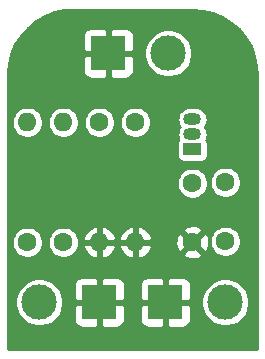
<source format=gbr>
G04 #@! TF.GenerationSoftware,KiCad,Pcbnew,(5.1.5)-3*
G04 #@! TF.CreationDate,2020-04-29T10:24:11+03:00*
G04 #@! TF.ProjectId,Single_transistor_AMP,53696e67-6c65-45f7-9472-616e73697374,V1.1*
G04 #@! TF.SameCoordinates,Original*
G04 #@! TF.FileFunction,Copper,L2,Bot*
G04 #@! TF.FilePolarity,Positive*
%FSLAX46Y46*%
G04 Gerber Fmt 4.6, Leading zero omitted, Abs format (unit mm)*
G04 Created by KiCad (PCBNEW (5.1.5)-3) date 2020-04-29 10:24:11*
%MOMM*%
%LPD*%
G04 APERTURE LIST*
%ADD10C,1.600000*%
%ADD11R,3.000000X3.000000*%
%ADD12C,3.000000*%
%ADD13O,1.500000X1.050000*%
%ADD14R,1.500000X1.050000*%
%ADD15O,1.600000X1.600000*%
%ADD16C,0.254000*%
G04 APERTURE END LIST*
D10*
X159512000Y-114554000D03*
X159512000Y-119554000D03*
X156718000Y-119634000D03*
X156718000Y-114634000D03*
D11*
X148844000Y-124714000D03*
D12*
X143764000Y-124714000D03*
X154686000Y-103632000D03*
D11*
X149606000Y-103632000D03*
X154432000Y-124714000D03*
D12*
X159512000Y-124714000D03*
D13*
X156718000Y-110490000D03*
X156718000Y-109220000D03*
D14*
X156718000Y-111760000D03*
D10*
X142748000Y-119634000D03*
D15*
X142748000Y-109474000D03*
D10*
X145796000Y-119634000D03*
D15*
X145796000Y-109474000D03*
X148844000Y-119634000D03*
D10*
X148844000Y-109474000D03*
D15*
X151892000Y-119634000D03*
D10*
X151892000Y-109474000D03*
D16*
G36*
X157592065Y-100013351D02*
G01*
X158443642Y-100222519D01*
X159250828Y-100565149D01*
X159992848Y-101032424D01*
X160650611Y-101612321D01*
X161207204Y-102289927D01*
X161648293Y-103047794D01*
X161962544Y-103866446D01*
X162142990Y-104730193D01*
X162187001Y-105429724D01*
X162187000Y-128659000D01*
X141089000Y-128659000D01*
X141089000Y-124514358D01*
X141737000Y-124514358D01*
X141737000Y-124913642D01*
X141814896Y-125305254D01*
X141967696Y-125674145D01*
X142189526Y-126006137D01*
X142471863Y-126288474D01*
X142803855Y-126510304D01*
X143172746Y-126663104D01*
X143564358Y-126741000D01*
X143963642Y-126741000D01*
X144355254Y-126663104D01*
X144724145Y-126510304D01*
X145056137Y-126288474D01*
X145130611Y-126214000D01*
X146705928Y-126214000D01*
X146718188Y-126338482D01*
X146754498Y-126458180D01*
X146813463Y-126568494D01*
X146892815Y-126665185D01*
X146989506Y-126744537D01*
X147099820Y-126803502D01*
X147219518Y-126839812D01*
X147344000Y-126852072D01*
X148558250Y-126849000D01*
X148717000Y-126690250D01*
X148717000Y-124841000D01*
X148971000Y-124841000D01*
X148971000Y-126690250D01*
X149129750Y-126849000D01*
X150344000Y-126852072D01*
X150468482Y-126839812D01*
X150588180Y-126803502D01*
X150698494Y-126744537D01*
X150795185Y-126665185D01*
X150874537Y-126568494D01*
X150933502Y-126458180D01*
X150969812Y-126338482D01*
X150982072Y-126214000D01*
X152293928Y-126214000D01*
X152306188Y-126338482D01*
X152342498Y-126458180D01*
X152401463Y-126568494D01*
X152480815Y-126665185D01*
X152577506Y-126744537D01*
X152687820Y-126803502D01*
X152807518Y-126839812D01*
X152932000Y-126852072D01*
X154146250Y-126849000D01*
X154305000Y-126690250D01*
X154305000Y-124841000D01*
X154559000Y-124841000D01*
X154559000Y-126690250D01*
X154717750Y-126849000D01*
X155932000Y-126852072D01*
X156056482Y-126839812D01*
X156176180Y-126803502D01*
X156286494Y-126744537D01*
X156383185Y-126665185D01*
X156462537Y-126568494D01*
X156521502Y-126458180D01*
X156557812Y-126338482D01*
X156570072Y-126214000D01*
X156567000Y-124999750D01*
X156408250Y-124841000D01*
X154559000Y-124841000D01*
X154305000Y-124841000D01*
X152455750Y-124841000D01*
X152297000Y-124999750D01*
X152293928Y-126214000D01*
X150982072Y-126214000D01*
X150979000Y-124999750D01*
X150820250Y-124841000D01*
X148971000Y-124841000D01*
X148717000Y-124841000D01*
X146867750Y-124841000D01*
X146709000Y-124999750D01*
X146705928Y-126214000D01*
X145130611Y-126214000D01*
X145338474Y-126006137D01*
X145560304Y-125674145D01*
X145713104Y-125305254D01*
X145791000Y-124913642D01*
X145791000Y-124514358D01*
X145713104Y-124122746D01*
X145560304Y-123753855D01*
X145338474Y-123421863D01*
X145130611Y-123214000D01*
X146705928Y-123214000D01*
X146709000Y-124428250D01*
X146867750Y-124587000D01*
X148717000Y-124587000D01*
X148717000Y-122737750D01*
X148971000Y-122737750D01*
X148971000Y-124587000D01*
X150820250Y-124587000D01*
X150979000Y-124428250D01*
X150982072Y-123214000D01*
X152293928Y-123214000D01*
X152297000Y-124428250D01*
X152455750Y-124587000D01*
X154305000Y-124587000D01*
X154305000Y-122737750D01*
X154559000Y-122737750D01*
X154559000Y-124587000D01*
X156408250Y-124587000D01*
X156480892Y-124514358D01*
X157485000Y-124514358D01*
X157485000Y-124913642D01*
X157562896Y-125305254D01*
X157715696Y-125674145D01*
X157937526Y-126006137D01*
X158219863Y-126288474D01*
X158551855Y-126510304D01*
X158920746Y-126663104D01*
X159312358Y-126741000D01*
X159711642Y-126741000D01*
X160103254Y-126663104D01*
X160472145Y-126510304D01*
X160804137Y-126288474D01*
X161086474Y-126006137D01*
X161308304Y-125674145D01*
X161461104Y-125305254D01*
X161539000Y-124913642D01*
X161539000Y-124514358D01*
X161461104Y-124122746D01*
X161308304Y-123753855D01*
X161086474Y-123421863D01*
X160804137Y-123139526D01*
X160472145Y-122917696D01*
X160103254Y-122764896D01*
X159711642Y-122687000D01*
X159312358Y-122687000D01*
X158920746Y-122764896D01*
X158551855Y-122917696D01*
X158219863Y-123139526D01*
X157937526Y-123421863D01*
X157715696Y-123753855D01*
X157562896Y-124122746D01*
X157485000Y-124514358D01*
X156480892Y-124514358D01*
X156567000Y-124428250D01*
X156570072Y-123214000D01*
X156557812Y-123089518D01*
X156521502Y-122969820D01*
X156462537Y-122859506D01*
X156383185Y-122762815D01*
X156286494Y-122683463D01*
X156176180Y-122624498D01*
X156056482Y-122588188D01*
X155932000Y-122575928D01*
X154717750Y-122579000D01*
X154559000Y-122737750D01*
X154305000Y-122737750D01*
X154146250Y-122579000D01*
X152932000Y-122575928D01*
X152807518Y-122588188D01*
X152687820Y-122624498D01*
X152577506Y-122683463D01*
X152480815Y-122762815D01*
X152401463Y-122859506D01*
X152342498Y-122969820D01*
X152306188Y-123089518D01*
X152293928Y-123214000D01*
X150982072Y-123214000D01*
X150969812Y-123089518D01*
X150933502Y-122969820D01*
X150874537Y-122859506D01*
X150795185Y-122762815D01*
X150698494Y-122683463D01*
X150588180Y-122624498D01*
X150468482Y-122588188D01*
X150344000Y-122575928D01*
X149129750Y-122579000D01*
X148971000Y-122737750D01*
X148717000Y-122737750D01*
X148558250Y-122579000D01*
X147344000Y-122575928D01*
X147219518Y-122588188D01*
X147099820Y-122624498D01*
X146989506Y-122683463D01*
X146892815Y-122762815D01*
X146813463Y-122859506D01*
X146754498Y-122969820D01*
X146718188Y-123089518D01*
X146705928Y-123214000D01*
X145130611Y-123214000D01*
X145056137Y-123139526D01*
X144724145Y-122917696D01*
X144355254Y-122764896D01*
X143963642Y-122687000D01*
X143564358Y-122687000D01*
X143172746Y-122764896D01*
X142803855Y-122917696D01*
X142471863Y-123139526D01*
X142189526Y-123421863D01*
X141967696Y-123753855D01*
X141814896Y-124122746D01*
X141737000Y-124514358D01*
X141089000Y-124514358D01*
X141089000Y-119503302D01*
X141421000Y-119503302D01*
X141421000Y-119764698D01*
X141471996Y-120021072D01*
X141572028Y-120262570D01*
X141717252Y-120479913D01*
X141902087Y-120664748D01*
X142119430Y-120809972D01*
X142360928Y-120910004D01*
X142617302Y-120961000D01*
X142878698Y-120961000D01*
X143135072Y-120910004D01*
X143376570Y-120809972D01*
X143593913Y-120664748D01*
X143778748Y-120479913D01*
X143923972Y-120262570D01*
X144024004Y-120021072D01*
X144075000Y-119764698D01*
X144075000Y-119503302D01*
X144469000Y-119503302D01*
X144469000Y-119764698D01*
X144519996Y-120021072D01*
X144620028Y-120262570D01*
X144765252Y-120479913D01*
X144950087Y-120664748D01*
X145167430Y-120809972D01*
X145408928Y-120910004D01*
X145665302Y-120961000D01*
X145926698Y-120961000D01*
X146183072Y-120910004D01*
X146424570Y-120809972D01*
X146641913Y-120664748D01*
X146826748Y-120479913D01*
X146971972Y-120262570D01*
X147072004Y-120021072D01*
X147079569Y-119983040D01*
X147452091Y-119983040D01*
X147546930Y-120247881D01*
X147691615Y-120489131D01*
X147880586Y-120697519D01*
X148106580Y-120865037D01*
X148360913Y-120985246D01*
X148494961Y-121025904D01*
X148717000Y-120903915D01*
X148717000Y-119761000D01*
X148971000Y-119761000D01*
X148971000Y-120903915D01*
X149193039Y-121025904D01*
X149327087Y-120985246D01*
X149581420Y-120865037D01*
X149807414Y-120697519D01*
X149996385Y-120489131D01*
X150141070Y-120247881D01*
X150235909Y-119983040D01*
X150500091Y-119983040D01*
X150594930Y-120247881D01*
X150739615Y-120489131D01*
X150928586Y-120697519D01*
X151154580Y-120865037D01*
X151408913Y-120985246D01*
X151542961Y-121025904D01*
X151765000Y-120903915D01*
X151765000Y-119761000D01*
X152019000Y-119761000D01*
X152019000Y-120903915D01*
X152241039Y-121025904D01*
X152375087Y-120985246D01*
X152629420Y-120865037D01*
X152855414Y-120697519D01*
X152919632Y-120626702D01*
X155904903Y-120626702D01*
X155976486Y-120870671D01*
X156231996Y-120991571D01*
X156506184Y-121060300D01*
X156788512Y-121074217D01*
X157068130Y-121032787D01*
X157334292Y-120937603D01*
X157459514Y-120870671D01*
X157531097Y-120626702D01*
X156718000Y-119813605D01*
X155904903Y-120626702D01*
X152919632Y-120626702D01*
X153044385Y-120489131D01*
X153189070Y-120247881D01*
X153283909Y-119983040D01*
X153162624Y-119761000D01*
X152019000Y-119761000D01*
X151765000Y-119761000D01*
X150621376Y-119761000D01*
X150500091Y-119983040D01*
X150235909Y-119983040D01*
X150114624Y-119761000D01*
X148971000Y-119761000D01*
X148717000Y-119761000D01*
X147573376Y-119761000D01*
X147452091Y-119983040D01*
X147079569Y-119983040D01*
X147123000Y-119764698D01*
X147123000Y-119704512D01*
X155277783Y-119704512D01*
X155319213Y-119984130D01*
X155414397Y-120250292D01*
X155481329Y-120375514D01*
X155725298Y-120447097D01*
X156538395Y-119634000D01*
X156897605Y-119634000D01*
X157710702Y-120447097D01*
X157954671Y-120375514D01*
X158075571Y-120120004D01*
X158144300Y-119845816D01*
X158158217Y-119563488D01*
X158137447Y-119423302D01*
X158185000Y-119423302D01*
X158185000Y-119684698D01*
X158235996Y-119941072D01*
X158336028Y-120182570D01*
X158481252Y-120399913D01*
X158666087Y-120584748D01*
X158883430Y-120729972D01*
X159124928Y-120830004D01*
X159381302Y-120881000D01*
X159642698Y-120881000D01*
X159899072Y-120830004D01*
X160140570Y-120729972D01*
X160357913Y-120584748D01*
X160542748Y-120399913D01*
X160687972Y-120182570D01*
X160788004Y-119941072D01*
X160839000Y-119684698D01*
X160839000Y-119423302D01*
X160788004Y-119166928D01*
X160687972Y-118925430D01*
X160542748Y-118708087D01*
X160357913Y-118523252D01*
X160140570Y-118378028D01*
X159899072Y-118277996D01*
X159642698Y-118227000D01*
X159381302Y-118227000D01*
X159124928Y-118277996D01*
X158883430Y-118378028D01*
X158666087Y-118523252D01*
X158481252Y-118708087D01*
X158336028Y-118925430D01*
X158235996Y-119166928D01*
X158185000Y-119423302D01*
X158137447Y-119423302D01*
X158116787Y-119283870D01*
X158021603Y-119017708D01*
X157954671Y-118892486D01*
X157710702Y-118820903D01*
X156897605Y-119634000D01*
X156538395Y-119634000D01*
X155725298Y-118820903D01*
X155481329Y-118892486D01*
X155360429Y-119147996D01*
X155291700Y-119422184D01*
X155277783Y-119704512D01*
X147123000Y-119704512D01*
X147123000Y-119503302D01*
X147079570Y-119284960D01*
X147452091Y-119284960D01*
X147573376Y-119507000D01*
X148717000Y-119507000D01*
X148717000Y-118364085D01*
X148971000Y-118364085D01*
X148971000Y-119507000D01*
X150114624Y-119507000D01*
X150235909Y-119284960D01*
X150500091Y-119284960D01*
X150621376Y-119507000D01*
X151765000Y-119507000D01*
X151765000Y-118364085D01*
X152019000Y-118364085D01*
X152019000Y-119507000D01*
X153162624Y-119507000D01*
X153283909Y-119284960D01*
X153189070Y-119020119D01*
X153044385Y-118778869D01*
X152919633Y-118641298D01*
X155904903Y-118641298D01*
X156718000Y-119454395D01*
X157531097Y-118641298D01*
X157459514Y-118397329D01*
X157204004Y-118276429D01*
X156929816Y-118207700D01*
X156647488Y-118193783D01*
X156367870Y-118235213D01*
X156101708Y-118330397D01*
X155976486Y-118397329D01*
X155904903Y-118641298D01*
X152919633Y-118641298D01*
X152855414Y-118570481D01*
X152629420Y-118402963D01*
X152375087Y-118282754D01*
X152241039Y-118242096D01*
X152019000Y-118364085D01*
X151765000Y-118364085D01*
X151542961Y-118242096D01*
X151408913Y-118282754D01*
X151154580Y-118402963D01*
X150928586Y-118570481D01*
X150739615Y-118778869D01*
X150594930Y-119020119D01*
X150500091Y-119284960D01*
X150235909Y-119284960D01*
X150141070Y-119020119D01*
X149996385Y-118778869D01*
X149807414Y-118570481D01*
X149581420Y-118402963D01*
X149327087Y-118282754D01*
X149193039Y-118242096D01*
X148971000Y-118364085D01*
X148717000Y-118364085D01*
X148494961Y-118242096D01*
X148360913Y-118282754D01*
X148106580Y-118402963D01*
X147880586Y-118570481D01*
X147691615Y-118778869D01*
X147546930Y-119020119D01*
X147452091Y-119284960D01*
X147079570Y-119284960D01*
X147072004Y-119246928D01*
X146971972Y-119005430D01*
X146826748Y-118788087D01*
X146641913Y-118603252D01*
X146424570Y-118458028D01*
X146183072Y-118357996D01*
X145926698Y-118307000D01*
X145665302Y-118307000D01*
X145408928Y-118357996D01*
X145167430Y-118458028D01*
X144950087Y-118603252D01*
X144765252Y-118788087D01*
X144620028Y-119005430D01*
X144519996Y-119246928D01*
X144469000Y-119503302D01*
X144075000Y-119503302D01*
X144024004Y-119246928D01*
X143923972Y-119005430D01*
X143778748Y-118788087D01*
X143593913Y-118603252D01*
X143376570Y-118458028D01*
X143135072Y-118357996D01*
X142878698Y-118307000D01*
X142617302Y-118307000D01*
X142360928Y-118357996D01*
X142119430Y-118458028D01*
X141902087Y-118603252D01*
X141717252Y-118788087D01*
X141572028Y-119005430D01*
X141471996Y-119246928D01*
X141421000Y-119503302D01*
X141089000Y-119503302D01*
X141089000Y-114503302D01*
X155391000Y-114503302D01*
X155391000Y-114764698D01*
X155441996Y-115021072D01*
X155542028Y-115262570D01*
X155687252Y-115479913D01*
X155872087Y-115664748D01*
X156089430Y-115809972D01*
X156330928Y-115910004D01*
X156587302Y-115961000D01*
X156848698Y-115961000D01*
X157105072Y-115910004D01*
X157346570Y-115809972D01*
X157563913Y-115664748D01*
X157748748Y-115479913D01*
X157893972Y-115262570D01*
X157994004Y-115021072D01*
X158045000Y-114764698D01*
X158045000Y-114503302D01*
X158029087Y-114423302D01*
X158185000Y-114423302D01*
X158185000Y-114684698D01*
X158235996Y-114941072D01*
X158336028Y-115182570D01*
X158481252Y-115399913D01*
X158666087Y-115584748D01*
X158883430Y-115729972D01*
X159124928Y-115830004D01*
X159381302Y-115881000D01*
X159642698Y-115881000D01*
X159899072Y-115830004D01*
X160140570Y-115729972D01*
X160357913Y-115584748D01*
X160542748Y-115399913D01*
X160687972Y-115182570D01*
X160788004Y-114941072D01*
X160839000Y-114684698D01*
X160839000Y-114423302D01*
X160788004Y-114166928D01*
X160687972Y-113925430D01*
X160542748Y-113708087D01*
X160357913Y-113523252D01*
X160140570Y-113378028D01*
X159899072Y-113277996D01*
X159642698Y-113227000D01*
X159381302Y-113227000D01*
X159124928Y-113277996D01*
X158883430Y-113378028D01*
X158666087Y-113523252D01*
X158481252Y-113708087D01*
X158336028Y-113925430D01*
X158235996Y-114166928D01*
X158185000Y-114423302D01*
X158029087Y-114423302D01*
X157994004Y-114246928D01*
X157893972Y-114005430D01*
X157748748Y-113788087D01*
X157563913Y-113603252D01*
X157346570Y-113458028D01*
X157105072Y-113357996D01*
X156848698Y-113307000D01*
X156587302Y-113307000D01*
X156330928Y-113357996D01*
X156089430Y-113458028D01*
X155872087Y-113603252D01*
X155687252Y-113788087D01*
X155542028Y-114005430D01*
X155441996Y-114246928D01*
X155391000Y-114503302D01*
X141089000Y-114503302D01*
X141089000Y-109343302D01*
X141421000Y-109343302D01*
X141421000Y-109604698D01*
X141471996Y-109861072D01*
X141572028Y-110102570D01*
X141717252Y-110319913D01*
X141902087Y-110504748D01*
X142119430Y-110649972D01*
X142360928Y-110750004D01*
X142617302Y-110801000D01*
X142878698Y-110801000D01*
X143135072Y-110750004D01*
X143376570Y-110649972D01*
X143593913Y-110504748D01*
X143778748Y-110319913D01*
X143923972Y-110102570D01*
X144024004Y-109861072D01*
X144075000Y-109604698D01*
X144075000Y-109343302D01*
X144469000Y-109343302D01*
X144469000Y-109604698D01*
X144519996Y-109861072D01*
X144620028Y-110102570D01*
X144765252Y-110319913D01*
X144950087Y-110504748D01*
X145167430Y-110649972D01*
X145408928Y-110750004D01*
X145665302Y-110801000D01*
X145926698Y-110801000D01*
X146183072Y-110750004D01*
X146424570Y-110649972D01*
X146641913Y-110504748D01*
X146826748Y-110319913D01*
X146971972Y-110102570D01*
X147072004Y-109861072D01*
X147123000Y-109604698D01*
X147123000Y-109343302D01*
X147517000Y-109343302D01*
X147517000Y-109604698D01*
X147567996Y-109861072D01*
X147668028Y-110102570D01*
X147813252Y-110319913D01*
X147998087Y-110504748D01*
X148215430Y-110649972D01*
X148456928Y-110750004D01*
X148713302Y-110801000D01*
X148974698Y-110801000D01*
X149231072Y-110750004D01*
X149472570Y-110649972D01*
X149689913Y-110504748D01*
X149874748Y-110319913D01*
X150019972Y-110102570D01*
X150120004Y-109861072D01*
X150171000Y-109604698D01*
X150171000Y-109343302D01*
X150565000Y-109343302D01*
X150565000Y-109604698D01*
X150615996Y-109861072D01*
X150716028Y-110102570D01*
X150861252Y-110319913D01*
X151046087Y-110504748D01*
X151263430Y-110649972D01*
X151504928Y-110750004D01*
X151761302Y-110801000D01*
X152022698Y-110801000D01*
X152279072Y-110750004D01*
X152520570Y-110649972D01*
X152737913Y-110504748D01*
X152922748Y-110319913D01*
X153067972Y-110102570D01*
X153168004Y-109861072D01*
X153219000Y-109604698D01*
X153219000Y-109343302D01*
X153194474Y-109220000D01*
X155435910Y-109220000D01*
X155456222Y-109426228D01*
X155516376Y-109624531D01*
X155614062Y-109807288D01*
X155653218Y-109855000D01*
X155614062Y-109902712D01*
X155516376Y-110085469D01*
X155456222Y-110283772D01*
X155435910Y-110490000D01*
X155456222Y-110696228D01*
X155516376Y-110894531D01*
X155535817Y-110930902D01*
X155527696Y-110940798D01*
X155478761Y-111032350D01*
X155448626Y-111131690D01*
X155438451Y-111235000D01*
X155438451Y-112285000D01*
X155448626Y-112388310D01*
X155478761Y-112487650D01*
X155527696Y-112579202D01*
X155593552Y-112659448D01*
X155673798Y-112725304D01*
X155765350Y-112774239D01*
X155864690Y-112804374D01*
X155968000Y-112814549D01*
X157468000Y-112814549D01*
X157571310Y-112804374D01*
X157670650Y-112774239D01*
X157762202Y-112725304D01*
X157842448Y-112659448D01*
X157908304Y-112579202D01*
X157957239Y-112487650D01*
X157987374Y-112388310D01*
X157997549Y-112285000D01*
X157997549Y-111235000D01*
X157987374Y-111131690D01*
X157957239Y-111032350D01*
X157908304Y-110940798D01*
X157900183Y-110930902D01*
X157919624Y-110894531D01*
X157979778Y-110696228D01*
X158000090Y-110490000D01*
X157979778Y-110283772D01*
X157919624Y-110085469D01*
X157821938Y-109902712D01*
X157782782Y-109855000D01*
X157821938Y-109807288D01*
X157919624Y-109624531D01*
X157979778Y-109426228D01*
X158000090Y-109220000D01*
X157979778Y-109013772D01*
X157919624Y-108815469D01*
X157821938Y-108632712D01*
X157690476Y-108472524D01*
X157530288Y-108341062D01*
X157347531Y-108243376D01*
X157149228Y-108183222D01*
X156994679Y-108168000D01*
X156441321Y-108168000D01*
X156286772Y-108183222D01*
X156088469Y-108243376D01*
X155905712Y-108341062D01*
X155745524Y-108472524D01*
X155614062Y-108632712D01*
X155516376Y-108815469D01*
X155456222Y-109013772D01*
X155435910Y-109220000D01*
X153194474Y-109220000D01*
X153168004Y-109086928D01*
X153067972Y-108845430D01*
X152922748Y-108628087D01*
X152737913Y-108443252D01*
X152520570Y-108298028D01*
X152279072Y-108197996D01*
X152022698Y-108147000D01*
X151761302Y-108147000D01*
X151504928Y-108197996D01*
X151263430Y-108298028D01*
X151046087Y-108443252D01*
X150861252Y-108628087D01*
X150716028Y-108845430D01*
X150615996Y-109086928D01*
X150565000Y-109343302D01*
X150171000Y-109343302D01*
X150120004Y-109086928D01*
X150019972Y-108845430D01*
X149874748Y-108628087D01*
X149689913Y-108443252D01*
X149472570Y-108298028D01*
X149231072Y-108197996D01*
X148974698Y-108147000D01*
X148713302Y-108147000D01*
X148456928Y-108197996D01*
X148215430Y-108298028D01*
X147998087Y-108443252D01*
X147813252Y-108628087D01*
X147668028Y-108845430D01*
X147567996Y-109086928D01*
X147517000Y-109343302D01*
X147123000Y-109343302D01*
X147072004Y-109086928D01*
X146971972Y-108845430D01*
X146826748Y-108628087D01*
X146641913Y-108443252D01*
X146424570Y-108298028D01*
X146183072Y-108197996D01*
X145926698Y-108147000D01*
X145665302Y-108147000D01*
X145408928Y-108197996D01*
X145167430Y-108298028D01*
X144950087Y-108443252D01*
X144765252Y-108628087D01*
X144620028Y-108845430D01*
X144519996Y-109086928D01*
X144469000Y-109343302D01*
X144075000Y-109343302D01*
X144024004Y-109086928D01*
X143923972Y-108845430D01*
X143778748Y-108628087D01*
X143593913Y-108443252D01*
X143376570Y-108298028D01*
X143135072Y-108197996D01*
X142878698Y-108147000D01*
X142617302Y-108147000D01*
X142360928Y-108197996D01*
X142119430Y-108298028D01*
X141902087Y-108443252D01*
X141717252Y-108628087D01*
X141572028Y-108845430D01*
X141471996Y-109086928D01*
X141421000Y-109343302D01*
X141089000Y-109343302D01*
X141089000Y-105435179D01*
X141113393Y-105132000D01*
X147467928Y-105132000D01*
X147480188Y-105256482D01*
X147516498Y-105376180D01*
X147575463Y-105486494D01*
X147654815Y-105583185D01*
X147751506Y-105662537D01*
X147861820Y-105721502D01*
X147981518Y-105757812D01*
X148106000Y-105770072D01*
X149320250Y-105767000D01*
X149479000Y-105608250D01*
X149479000Y-103759000D01*
X149733000Y-103759000D01*
X149733000Y-105608250D01*
X149891750Y-105767000D01*
X151106000Y-105770072D01*
X151230482Y-105757812D01*
X151350180Y-105721502D01*
X151460494Y-105662537D01*
X151557185Y-105583185D01*
X151636537Y-105486494D01*
X151695502Y-105376180D01*
X151731812Y-105256482D01*
X151744072Y-105132000D01*
X151741000Y-103917750D01*
X151582250Y-103759000D01*
X149733000Y-103759000D01*
X149479000Y-103759000D01*
X147629750Y-103759000D01*
X147471000Y-103917750D01*
X147467928Y-105132000D01*
X141113393Y-105132000D01*
X141161351Y-104535935D01*
X141370519Y-103684358D01*
X141713149Y-102877172D01*
X142180424Y-102135152D01*
X142183202Y-102132000D01*
X147467928Y-102132000D01*
X147471000Y-103346250D01*
X147629750Y-103505000D01*
X149479000Y-103505000D01*
X149479000Y-101655750D01*
X149733000Y-101655750D01*
X149733000Y-103505000D01*
X151582250Y-103505000D01*
X151654892Y-103432358D01*
X152659000Y-103432358D01*
X152659000Y-103831642D01*
X152736896Y-104223254D01*
X152889696Y-104592145D01*
X153111526Y-104924137D01*
X153393863Y-105206474D01*
X153725855Y-105428304D01*
X154094746Y-105581104D01*
X154486358Y-105659000D01*
X154885642Y-105659000D01*
X155277254Y-105581104D01*
X155646145Y-105428304D01*
X155978137Y-105206474D01*
X156260474Y-104924137D01*
X156482304Y-104592145D01*
X156635104Y-104223254D01*
X156713000Y-103831642D01*
X156713000Y-103432358D01*
X156635104Y-103040746D01*
X156482304Y-102671855D01*
X156260474Y-102339863D01*
X155978137Y-102057526D01*
X155646145Y-101835696D01*
X155277254Y-101682896D01*
X154885642Y-101605000D01*
X154486358Y-101605000D01*
X154094746Y-101682896D01*
X153725855Y-101835696D01*
X153393863Y-102057526D01*
X153111526Y-102339863D01*
X152889696Y-102671855D01*
X152736896Y-103040746D01*
X152659000Y-103432358D01*
X151654892Y-103432358D01*
X151741000Y-103346250D01*
X151744072Y-102132000D01*
X151731812Y-102007518D01*
X151695502Y-101887820D01*
X151636537Y-101777506D01*
X151557185Y-101680815D01*
X151460494Y-101601463D01*
X151350180Y-101542498D01*
X151230482Y-101506188D01*
X151106000Y-101493928D01*
X149891750Y-101497000D01*
X149733000Y-101655750D01*
X149479000Y-101655750D01*
X149320250Y-101497000D01*
X148106000Y-101493928D01*
X147981518Y-101506188D01*
X147861820Y-101542498D01*
X147751506Y-101601463D01*
X147654815Y-101680815D01*
X147575463Y-101777506D01*
X147516498Y-101887820D01*
X147480188Y-102007518D01*
X147467928Y-102132000D01*
X142183202Y-102132000D01*
X142760321Y-101477389D01*
X143437927Y-100920796D01*
X144195794Y-100479707D01*
X145014446Y-100165456D01*
X145878193Y-99985010D01*
X146577709Y-99941000D01*
X156692821Y-99941000D01*
X157592065Y-100013351D01*
G37*
X157592065Y-100013351D02*
X158443642Y-100222519D01*
X159250828Y-100565149D01*
X159992848Y-101032424D01*
X160650611Y-101612321D01*
X161207204Y-102289927D01*
X161648293Y-103047794D01*
X161962544Y-103866446D01*
X162142990Y-104730193D01*
X162187001Y-105429724D01*
X162187000Y-128659000D01*
X141089000Y-128659000D01*
X141089000Y-124514358D01*
X141737000Y-124514358D01*
X141737000Y-124913642D01*
X141814896Y-125305254D01*
X141967696Y-125674145D01*
X142189526Y-126006137D01*
X142471863Y-126288474D01*
X142803855Y-126510304D01*
X143172746Y-126663104D01*
X143564358Y-126741000D01*
X143963642Y-126741000D01*
X144355254Y-126663104D01*
X144724145Y-126510304D01*
X145056137Y-126288474D01*
X145130611Y-126214000D01*
X146705928Y-126214000D01*
X146718188Y-126338482D01*
X146754498Y-126458180D01*
X146813463Y-126568494D01*
X146892815Y-126665185D01*
X146989506Y-126744537D01*
X147099820Y-126803502D01*
X147219518Y-126839812D01*
X147344000Y-126852072D01*
X148558250Y-126849000D01*
X148717000Y-126690250D01*
X148717000Y-124841000D01*
X148971000Y-124841000D01*
X148971000Y-126690250D01*
X149129750Y-126849000D01*
X150344000Y-126852072D01*
X150468482Y-126839812D01*
X150588180Y-126803502D01*
X150698494Y-126744537D01*
X150795185Y-126665185D01*
X150874537Y-126568494D01*
X150933502Y-126458180D01*
X150969812Y-126338482D01*
X150982072Y-126214000D01*
X152293928Y-126214000D01*
X152306188Y-126338482D01*
X152342498Y-126458180D01*
X152401463Y-126568494D01*
X152480815Y-126665185D01*
X152577506Y-126744537D01*
X152687820Y-126803502D01*
X152807518Y-126839812D01*
X152932000Y-126852072D01*
X154146250Y-126849000D01*
X154305000Y-126690250D01*
X154305000Y-124841000D01*
X154559000Y-124841000D01*
X154559000Y-126690250D01*
X154717750Y-126849000D01*
X155932000Y-126852072D01*
X156056482Y-126839812D01*
X156176180Y-126803502D01*
X156286494Y-126744537D01*
X156383185Y-126665185D01*
X156462537Y-126568494D01*
X156521502Y-126458180D01*
X156557812Y-126338482D01*
X156570072Y-126214000D01*
X156567000Y-124999750D01*
X156408250Y-124841000D01*
X154559000Y-124841000D01*
X154305000Y-124841000D01*
X152455750Y-124841000D01*
X152297000Y-124999750D01*
X152293928Y-126214000D01*
X150982072Y-126214000D01*
X150979000Y-124999750D01*
X150820250Y-124841000D01*
X148971000Y-124841000D01*
X148717000Y-124841000D01*
X146867750Y-124841000D01*
X146709000Y-124999750D01*
X146705928Y-126214000D01*
X145130611Y-126214000D01*
X145338474Y-126006137D01*
X145560304Y-125674145D01*
X145713104Y-125305254D01*
X145791000Y-124913642D01*
X145791000Y-124514358D01*
X145713104Y-124122746D01*
X145560304Y-123753855D01*
X145338474Y-123421863D01*
X145130611Y-123214000D01*
X146705928Y-123214000D01*
X146709000Y-124428250D01*
X146867750Y-124587000D01*
X148717000Y-124587000D01*
X148717000Y-122737750D01*
X148971000Y-122737750D01*
X148971000Y-124587000D01*
X150820250Y-124587000D01*
X150979000Y-124428250D01*
X150982072Y-123214000D01*
X152293928Y-123214000D01*
X152297000Y-124428250D01*
X152455750Y-124587000D01*
X154305000Y-124587000D01*
X154305000Y-122737750D01*
X154559000Y-122737750D01*
X154559000Y-124587000D01*
X156408250Y-124587000D01*
X156480892Y-124514358D01*
X157485000Y-124514358D01*
X157485000Y-124913642D01*
X157562896Y-125305254D01*
X157715696Y-125674145D01*
X157937526Y-126006137D01*
X158219863Y-126288474D01*
X158551855Y-126510304D01*
X158920746Y-126663104D01*
X159312358Y-126741000D01*
X159711642Y-126741000D01*
X160103254Y-126663104D01*
X160472145Y-126510304D01*
X160804137Y-126288474D01*
X161086474Y-126006137D01*
X161308304Y-125674145D01*
X161461104Y-125305254D01*
X161539000Y-124913642D01*
X161539000Y-124514358D01*
X161461104Y-124122746D01*
X161308304Y-123753855D01*
X161086474Y-123421863D01*
X160804137Y-123139526D01*
X160472145Y-122917696D01*
X160103254Y-122764896D01*
X159711642Y-122687000D01*
X159312358Y-122687000D01*
X158920746Y-122764896D01*
X158551855Y-122917696D01*
X158219863Y-123139526D01*
X157937526Y-123421863D01*
X157715696Y-123753855D01*
X157562896Y-124122746D01*
X157485000Y-124514358D01*
X156480892Y-124514358D01*
X156567000Y-124428250D01*
X156570072Y-123214000D01*
X156557812Y-123089518D01*
X156521502Y-122969820D01*
X156462537Y-122859506D01*
X156383185Y-122762815D01*
X156286494Y-122683463D01*
X156176180Y-122624498D01*
X156056482Y-122588188D01*
X155932000Y-122575928D01*
X154717750Y-122579000D01*
X154559000Y-122737750D01*
X154305000Y-122737750D01*
X154146250Y-122579000D01*
X152932000Y-122575928D01*
X152807518Y-122588188D01*
X152687820Y-122624498D01*
X152577506Y-122683463D01*
X152480815Y-122762815D01*
X152401463Y-122859506D01*
X152342498Y-122969820D01*
X152306188Y-123089518D01*
X152293928Y-123214000D01*
X150982072Y-123214000D01*
X150969812Y-123089518D01*
X150933502Y-122969820D01*
X150874537Y-122859506D01*
X150795185Y-122762815D01*
X150698494Y-122683463D01*
X150588180Y-122624498D01*
X150468482Y-122588188D01*
X150344000Y-122575928D01*
X149129750Y-122579000D01*
X148971000Y-122737750D01*
X148717000Y-122737750D01*
X148558250Y-122579000D01*
X147344000Y-122575928D01*
X147219518Y-122588188D01*
X147099820Y-122624498D01*
X146989506Y-122683463D01*
X146892815Y-122762815D01*
X146813463Y-122859506D01*
X146754498Y-122969820D01*
X146718188Y-123089518D01*
X146705928Y-123214000D01*
X145130611Y-123214000D01*
X145056137Y-123139526D01*
X144724145Y-122917696D01*
X144355254Y-122764896D01*
X143963642Y-122687000D01*
X143564358Y-122687000D01*
X143172746Y-122764896D01*
X142803855Y-122917696D01*
X142471863Y-123139526D01*
X142189526Y-123421863D01*
X141967696Y-123753855D01*
X141814896Y-124122746D01*
X141737000Y-124514358D01*
X141089000Y-124514358D01*
X141089000Y-119503302D01*
X141421000Y-119503302D01*
X141421000Y-119764698D01*
X141471996Y-120021072D01*
X141572028Y-120262570D01*
X141717252Y-120479913D01*
X141902087Y-120664748D01*
X142119430Y-120809972D01*
X142360928Y-120910004D01*
X142617302Y-120961000D01*
X142878698Y-120961000D01*
X143135072Y-120910004D01*
X143376570Y-120809972D01*
X143593913Y-120664748D01*
X143778748Y-120479913D01*
X143923972Y-120262570D01*
X144024004Y-120021072D01*
X144075000Y-119764698D01*
X144075000Y-119503302D01*
X144469000Y-119503302D01*
X144469000Y-119764698D01*
X144519996Y-120021072D01*
X144620028Y-120262570D01*
X144765252Y-120479913D01*
X144950087Y-120664748D01*
X145167430Y-120809972D01*
X145408928Y-120910004D01*
X145665302Y-120961000D01*
X145926698Y-120961000D01*
X146183072Y-120910004D01*
X146424570Y-120809972D01*
X146641913Y-120664748D01*
X146826748Y-120479913D01*
X146971972Y-120262570D01*
X147072004Y-120021072D01*
X147079569Y-119983040D01*
X147452091Y-119983040D01*
X147546930Y-120247881D01*
X147691615Y-120489131D01*
X147880586Y-120697519D01*
X148106580Y-120865037D01*
X148360913Y-120985246D01*
X148494961Y-121025904D01*
X148717000Y-120903915D01*
X148717000Y-119761000D01*
X148971000Y-119761000D01*
X148971000Y-120903915D01*
X149193039Y-121025904D01*
X149327087Y-120985246D01*
X149581420Y-120865037D01*
X149807414Y-120697519D01*
X149996385Y-120489131D01*
X150141070Y-120247881D01*
X150235909Y-119983040D01*
X150500091Y-119983040D01*
X150594930Y-120247881D01*
X150739615Y-120489131D01*
X150928586Y-120697519D01*
X151154580Y-120865037D01*
X151408913Y-120985246D01*
X151542961Y-121025904D01*
X151765000Y-120903915D01*
X151765000Y-119761000D01*
X152019000Y-119761000D01*
X152019000Y-120903915D01*
X152241039Y-121025904D01*
X152375087Y-120985246D01*
X152629420Y-120865037D01*
X152855414Y-120697519D01*
X152919632Y-120626702D01*
X155904903Y-120626702D01*
X155976486Y-120870671D01*
X156231996Y-120991571D01*
X156506184Y-121060300D01*
X156788512Y-121074217D01*
X157068130Y-121032787D01*
X157334292Y-120937603D01*
X157459514Y-120870671D01*
X157531097Y-120626702D01*
X156718000Y-119813605D01*
X155904903Y-120626702D01*
X152919632Y-120626702D01*
X153044385Y-120489131D01*
X153189070Y-120247881D01*
X153283909Y-119983040D01*
X153162624Y-119761000D01*
X152019000Y-119761000D01*
X151765000Y-119761000D01*
X150621376Y-119761000D01*
X150500091Y-119983040D01*
X150235909Y-119983040D01*
X150114624Y-119761000D01*
X148971000Y-119761000D01*
X148717000Y-119761000D01*
X147573376Y-119761000D01*
X147452091Y-119983040D01*
X147079569Y-119983040D01*
X147123000Y-119764698D01*
X147123000Y-119704512D01*
X155277783Y-119704512D01*
X155319213Y-119984130D01*
X155414397Y-120250292D01*
X155481329Y-120375514D01*
X155725298Y-120447097D01*
X156538395Y-119634000D01*
X156897605Y-119634000D01*
X157710702Y-120447097D01*
X157954671Y-120375514D01*
X158075571Y-120120004D01*
X158144300Y-119845816D01*
X158158217Y-119563488D01*
X158137447Y-119423302D01*
X158185000Y-119423302D01*
X158185000Y-119684698D01*
X158235996Y-119941072D01*
X158336028Y-120182570D01*
X158481252Y-120399913D01*
X158666087Y-120584748D01*
X158883430Y-120729972D01*
X159124928Y-120830004D01*
X159381302Y-120881000D01*
X159642698Y-120881000D01*
X159899072Y-120830004D01*
X160140570Y-120729972D01*
X160357913Y-120584748D01*
X160542748Y-120399913D01*
X160687972Y-120182570D01*
X160788004Y-119941072D01*
X160839000Y-119684698D01*
X160839000Y-119423302D01*
X160788004Y-119166928D01*
X160687972Y-118925430D01*
X160542748Y-118708087D01*
X160357913Y-118523252D01*
X160140570Y-118378028D01*
X159899072Y-118277996D01*
X159642698Y-118227000D01*
X159381302Y-118227000D01*
X159124928Y-118277996D01*
X158883430Y-118378028D01*
X158666087Y-118523252D01*
X158481252Y-118708087D01*
X158336028Y-118925430D01*
X158235996Y-119166928D01*
X158185000Y-119423302D01*
X158137447Y-119423302D01*
X158116787Y-119283870D01*
X158021603Y-119017708D01*
X157954671Y-118892486D01*
X157710702Y-118820903D01*
X156897605Y-119634000D01*
X156538395Y-119634000D01*
X155725298Y-118820903D01*
X155481329Y-118892486D01*
X155360429Y-119147996D01*
X155291700Y-119422184D01*
X155277783Y-119704512D01*
X147123000Y-119704512D01*
X147123000Y-119503302D01*
X147079570Y-119284960D01*
X147452091Y-119284960D01*
X147573376Y-119507000D01*
X148717000Y-119507000D01*
X148717000Y-118364085D01*
X148971000Y-118364085D01*
X148971000Y-119507000D01*
X150114624Y-119507000D01*
X150235909Y-119284960D01*
X150500091Y-119284960D01*
X150621376Y-119507000D01*
X151765000Y-119507000D01*
X151765000Y-118364085D01*
X152019000Y-118364085D01*
X152019000Y-119507000D01*
X153162624Y-119507000D01*
X153283909Y-119284960D01*
X153189070Y-119020119D01*
X153044385Y-118778869D01*
X152919633Y-118641298D01*
X155904903Y-118641298D01*
X156718000Y-119454395D01*
X157531097Y-118641298D01*
X157459514Y-118397329D01*
X157204004Y-118276429D01*
X156929816Y-118207700D01*
X156647488Y-118193783D01*
X156367870Y-118235213D01*
X156101708Y-118330397D01*
X155976486Y-118397329D01*
X155904903Y-118641298D01*
X152919633Y-118641298D01*
X152855414Y-118570481D01*
X152629420Y-118402963D01*
X152375087Y-118282754D01*
X152241039Y-118242096D01*
X152019000Y-118364085D01*
X151765000Y-118364085D01*
X151542961Y-118242096D01*
X151408913Y-118282754D01*
X151154580Y-118402963D01*
X150928586Y-118570481D01*
X150739615Y-118778869D01*
X150594930Y-119020119D01*
X150500091Y-119284960D01*
X150235909Y-119284960D01*
X150141070Y-119020119D01*
X149996385Y-118778869D01*
X149807414Y-118570481D01*
X149581420Y-118402963D01*
X149327087Y-118282754D01*
X149193039Y-118242096D01*
X148971000Y-118364085D01*
X148717000Y-118364085D01*
X148494961Y-118242096D01*
X148360913Y-118282754D01*
X148106580Y-118402963D01*
X147880586Y-118570481D01*
X147691615Y-118778869D01*
X147546930Y-119020119D01*
X147452091Y-119284960D01*
X147079570Y-119284960D01*
X147072004Y-119246928D01*
X146971972Y-119005430D01*
X146826748Y-118788087D01*
X146641913Y-118603252D01*
X146424570Y-118458028D01*
X146183072Y-118357996D01*
X145926698Y-118307000D01*
X145665302Y-118307000D01*
X145408928Y-118357996D01*
X145167430Y-118458028D01*
X144950087Y-118603252D01*
X144765252Y-118788087D01*
X144620028Y-119005430D01*
X144519996Y-119246928D01*
X144469000Y-119503302D01*
X144075000Y-119503302D01*
X144024004Y-119246928D01*
X143923972Y-119005430D01*
X143778748Y-118788087D01*
X143593913Y-118603252D01*
X143376570Y-118458028D01*
X143135072Y-118357996D01*
X142878698Y-118307000D01*
X142617302Y-118307000D01*
X142360928Y-118357996D01*
X142119430Y-118458028D01*
X141902087Y-118603252D01*
X141717252Y-118788087D01*
X141572028Y-119005430D01*
X141471996Y-119246928D01*
X141421000Y-119503302D01*
X141089000Y-119503302D01*
X141089000Y-114503302D01*
X155391000Y-114503302D01*
X155391000Y-114764698D01*
X155441996Y-115021072D01*
X155542028Y-115262570D01*
X155687252Y-115479913D01*
X155872087Y-115664748D01*
X156089430Y-115809972D01*
X156330928Y-115910004D01*
X156587302Y-115961000D01*
X156848698Y-115961000D01*
X157105072Y-115910004D01*
X157346570Y-115809972D01*
X157563913Y-115664748D01*
X157748748Y-115479913D01*
X157893972Y-115262570D01*
X157994004Y-115021072D01*
X158045000Y-114764698D01*
X158045000Y-114503302D01*
X158029087Y-114423302D01*
X158185000Y-114423302D01*
X158185000Y-114684698D01*
X158235996Y-114941072D01*
X158336028Y-115182570D01*
X158481252Y-115399913D01*
X158666087Y-115584748D01*
X158883430Y-115729972D01*
X159124928Y-115830004D01*
X159381302Y-115881000D01*
X159642698Y-115881000D01*
X159899072Y-115830004D01*
X160140570Y-115729972D01*
X160357913Y-115584748D01*
X160542748Y-115399913D01*
X160687972Y-115182570D01*
X160788004Y-114941072D01*
X160839000Y-114684698D01*
X160839000Y-114423302D01*
X160788004Y-114166928D01*
X160687972Y-113925430D01*
X160542748Y-113708087D01*
X160357913Y-113523252D01*
X160140570Y-113378028D01*
X159899072Y-113277996D01*
X159642698Y-113227000D01*
X159381302Y-113227000D01*
X159124928Y-113277996D01*
X158883430Y-113378028D01*
X158666087Y-113523252D01*
X158481252Y-113708087D01*
X158336028Y-113925430D01*
X158235996Y-114166928D01*
X158185000Y-114423302D01*
X158029087Y-114423302D01*
X157994004Y-114246928D01*
X157893972Y-114005430D01*
X157748748Y-113788087D01*
X157563913Y-113603252D01*
X157346570Y-113458028D01*
X157105072Y-113357996D01*
X156848698Y-113307000D01*
X156587302Y-113307000D01*
X156330928Y-113357996D01*
X156089430Y-113458028D01*
X155872087Y-113603252D01*
X155687252Y-113788087D01*
X155542028Y-114005430D01*
X155441996Y-114246928D01*
X155391000Y-114503302D01*
X141089000Y-114503302D01*
X141089000Y-109343302D01*
X141421000Y-109343302D01*
X141421000Y-109604698D01*
X141471996Y-109861072D01*
X141572028Y-110102570D01*
X141717252Y-110319913D01*
X141902087Y-110504748D01*
X142119430Y-110649972D01*
X142360928Y-110750004D01*
X142617302Y-110801000D01*
X142878698Y-110801000D01*
X143135072Y-110750004D01*
X143376570Y-110649972D01*
X143593913Y-110504748D01*
X143778748Y-110319913D01*
X143923972Y-110102570D01*
X144024004Y-109861072D01*
X144075000Y-109604698D01*
X144075000Y-109343302D01*
X144469000Y-109343302D01*
X144469000Y-109604698D01*
X144519996Y-109861072D01*
X144620028Y-110102570D01*
X144765252Y-110319913D01*
X144950087Y-110504748D01*
X145167430Y-110649972D01*
X145408928Y-110750004D01*
X145665302Y-110801000D01*
X145926698Y-110801000D01*
X146183072Y-110750004D01*
X146424570Y-110649972D01*
X146641913Y-110504748D01*
X146826748Y-110319913D01*
X146971972Y-110102570D01*
X147072004Y-109861072D01*
X147123000Y-109604698D01*
X147123000Y-109343302D01*
X147517000Y-109343302D01*
X147517000Y-109604698D01*
X147567996Y-109861072D01*
X147668028Y-110102570D01*
X147813252Y-110319913D01*
X147998087Y-110504748D01*
X148215430Y-110649972D01*
X148456928Y-110750004D01*
X148713302Y-110801000D01*
X148974698Y-110801000D01*
X149231072Y-110750004D01*
X149472570Y-110649972D01*
X149689913Y-110504748D01*
X149874748Y-110319913D01*
X150019972Y-110102570D01*
X150120004Y-109861072D01*
X150171000Y-109604698D01*
X150171000Y-109343302D01*
X150565000Y-109343302D01*
X150565000Y-109604698D01*
X150615996Y-109861072D01*
X150716028Y-110102570D01*
X150861252Y-110319913D01*
X151046087Y-110504748D01*
X151263430Y-110649972D01*
X151504928Y-110750004D01*
X151761302Y-110801000D01*
X152022698Y-110801000D01*
X152279072Y-110750004D01*
X152520570Y-110649972D01*
X152737913Y-110504748D01*
X152922748Y-110319913D01*
X153067972Y-110102570D01*
X153168004Y-109861072D01*
X153219000Y-109604698D01*
X153219000Y-109343302D01*
X153194474Y-109220000D01*
X155435910Y-109220000D01*
X155456222Y-109426228D01*
X155516376Y-109624531D01*
X155614062Y-109807288D01*
X155653218Y-109855000D01*
X155614062Y-109902712D01*
X155516376Y-110085469D01*
X155456222Y-110283772D01*
X155435910Y-110490000D01*
X155456222Y-110696228D01*
X155516376Y-110894531D01*
X155535817Y-110930902D01*
X155527696Y-110940798D01*
X155478761Y-111032350D01*
X155448626Y-111131690D01*
X155438451Y-111235000D01*
X155438451Y-112285000D01*
X155448626Y-112388310D01*
X155478761Y-112487650D01*
X155527696Y-112579202D01*
X155593552Y-112659448D01*
X155673798Y-112725304D01*
X155765350Y-112774239D01*
X155864690Y-112804374D01*
X155968000Y-112814549D01*
X157468000Y-112814549D01*
X157571310Y-112804374D01*
X157670650Y-112774239D01*
X157762202Y-112725304D01*
X157842448Y-112659448D01*
X157908304Y-112579202D01*
X157957239Y-112487650D01*
X157987374Y-112388310D01*
X157997549Y-112285000D01*
X157997549Y-111235000D01*
X157987374Y-111131690D01*
X157957239Y-111032350D01*
X157908304Y-110940798D01*
X157900183Y-110930902D01*
X157919624Y-110894531D01*
X157979778Y-110696228D01*
X158000090Y-110490000D01*
X157979778Y-110283772D01*
X157919624Y-110085469D01*
X157821938Y-109902712D01*
X157782782Y-109855000D01*
X157821938Y-109807288D01*
X157919624Y-109624531D01*
X157979778Y-109426228D01*
X158000090Y-109220000D01*
X157979778Y-109013772D01*
X157919624Y-108815469D01*
X157821938Y-108632712D01*
X157690476Y-108472524D01*
X157530288Y-108341062D01*
X157347531Y-108243376D01*
X157149228Y-108183222D01*
X156994679Y-108168000D01*
X156441321Y-108168000D01*
X156286772Y-108183222D01*
X156088469Y-108243376D01*
X155905712Y-108341062D01*
X155745524Y-108472524D01*
X155614062Y-108632712D01*
X155516376Y-108815469D01*
X155456222Y-109013772D01*
X155435910Y-109220000D01*
X153194474Y-109220000D01*
X153168004Y-109086928D01*
X153067972Y-108845430D01*
X152922748Y-108628087D01*
X152737913Y-108443252D01*
X152520570Y-108298028D01*
X152279072Y-108197996D01*
X152022698Y-108147000D01*
X151761302Y-108147000D01*
X151504928Y-108197996D01*
X151263430Y-108298028D01*
X151046087Y-108443252D01*
X150861252Y-108628087D01*
X150716028Y-108845430D01*
X150615996Y-109086928D01*
X150565000Y-109343302D01*
X150171000Y-109343302D01*
X150120004Y-109086928D01*
X150019972Y-108845430D01*
X149874748Y-108628087D01*
X149689913Y-108443252D01*
X149472570Y-108298028D01*
X149231072Y-108197996D01*
X148974698Y-108147000D01*
X148713302Y-108147000D01*
X148456928Y-108197996D01*
X148215430Y-108298028D01*
X147998087Y-108443252D01*
X147813252Y-108628087D01*
X147668028Y-108845430D01*
X147567996Y-109086928D01*
X147517000Y-109343302D01*
X147123000Y-109343302D01*
X147072004Y-109086928D01*
X146971972Y-108845430D01*
X146826748Y-108628087D01*
X146641913Y-108443252D01*
X146424570Y-108298028D01*
X146183072Y-108197996D01*
X145926698Y-108147000D01*
X145665302Y-108147000D01*
X145408928Y-108197996D01*
X145167430Y-108298028D01*
X144950087Y-108443252D01*
X144765252Y-108628087D01*
X144620028Y-108845430D01*
X144519996Y-109086928D01*
X144469000Y-109343302D01*
X144075000Y-109343302D01*
X144024004Y-109086928D01*
X143923972Y-108845430D01*
X143778748Y-108628087D01*
X143593913Y-108443252D01*
X143376570Y-108298028D01*
X143135072Y-108197996D01*
X142878698Y-108147000D01*
X142617302Y-108147000D01*
X142360928Y-108197996D01*
X142119430Y-108298028D01*
X141902087Y-108443252D01*
X141717252Y-108628087D01*
X141572028Y-108845430D01*
X141471996Y-109086928D01*
X141421000Y-109343302D01*
X141089000Y-109343302D01*
X141089000Y-105435179D01*
X141113393Y-105132000D01*
X147467928Y-105132000D01*
X147480188Y-105256482D01*
X147516498Y-105376180D01*
X147575463Y-105486494D01*
X147654815Y-105583185D01*
X147751506Y-105662537D01*
X147861820Y-105721502D01*
X147981518Y-105757812D01*
X148106000Y-105770072D01*
X149320250Y-105767000D01*
X149479000Y-105608250D01*
X149479000Y-103759000D01*
X149733000Y-103759000D01*
X149733000Y-105608250D01*
X149891750Y-105767000D01*
X151106000Y-105770072D01*
X151230482Y-105757812D01*
X151350180Y-105721502D01*
X151460494Y-105662537D01*
X151557185Y-105583185D01*
X151636537Y-105486494D01*
X151695502Y-105376180D01*
X151731812Y-105256482D01*
X151744072Y-105132000D01*
X151741000Y-103917750D01*
X151582250Y-103759000D01*
X149733000Y-103759000D01*
X149479000Y-103759000D01*
X147629750Y-103759000D01*
X147471000Y-103917750D01*
X147467928Y-105132000D01*
X141113393Y-105132000D01*
X141161351Y-104535935D01*
X141370519Y-103684358D01*
X141713149Y-102877172D01*
X142180424Y-102135152D01*
X142183202Y-102132000D01*
X147467928Y-102132000D01*
X147471000Y-103346250D01*
X147629750Y-103505000D01*
X149479000Y-103505000D01*
X149479000Y-101655750D01*
X149733000Y-101655750D01*
X149733000Y-103505000D01*
X151582250Y-103505000D01*
X151654892Y-103432358D01*
X152659000Y-103432358D01*
X152659000Y-103831642D01*
X152736896Y-104223254D01*
X152889696Y-104592145D01*
X153111526Y-104924137D01*
X153393863Y-105206474D01*
X153725855Y-105428304D01*
X154094746Y-105581104D01*
X154486358Y-105659000D01*
X154885642Y-105659000D01*
X155277254Y-105581104D01*
X155646145Y-105428304D01*
X155978137Y-105206474D01*
X156260474Y-104924137D01*
X156482304Y-104592145D01*
X156635104Y-104223254D01*
X156713000Y-103831642D01*
X156713000Y-103432358D01*
X156635104Y-103040746D01*
X156482304Y-102671855D01*
X156260474Y-102339863D01*
X155978137Y-102057526D01*
X155646145Y-101835696D01*
X155277254Y-101682896D01*
X154885642Y-101605000D01*
X154486358Y-101605000D01*
X154094746Y-101682896D01*
X153725855Y-101835696D01*
X153393863Y-102057526D01*
X153111526Y-102339863D01*
X152889696Y-102671855D01*
X152736896Y-103040746D01*
X152659000Y-103432358D01*
X151654892Y-103432358D01*
X151741000Y-103346250D01*
X151744072Y-102132000D01*
X151731812Y-102007518D01*
X151695502Y-101887820D01*
X151636537Y-101777506D01*
X151557185Y-101680815D01*
X151460494Y-101601463D01*
X151350180Y-101542498D01*
X151230482Y-101506188D01*
X151106000Y-101493928D01*
X149891750Y-101497000D01*
X149733000Y-101655750D01*
X149479000Y-101655750D01*
X149320250Y-101497000D01*
X148106000Y-101493928D01*
X147981518Y-101506188D01*
X147861820Y-101542498D01*
X147751506Y-101601463D01*
X147654815Y-101680815D01*
X147575463Y-101777506D01*
X147516498Y-101887820D01*
X147480188Y-102007518D01*
X147467928Y-102132000D01*
X142183202Y-102132000D01*
X142760321Y-101477389D01*
X143437927Y-100920796D01*
X144195794Y-100479707D01*
X145014446Y-100165456D01*
X145878193Y-99985010D01*
X146577709Y-99941000D01*
X156692821Y-99941000D01*
X157592065Y-100013351D01*
M02*

</source>
